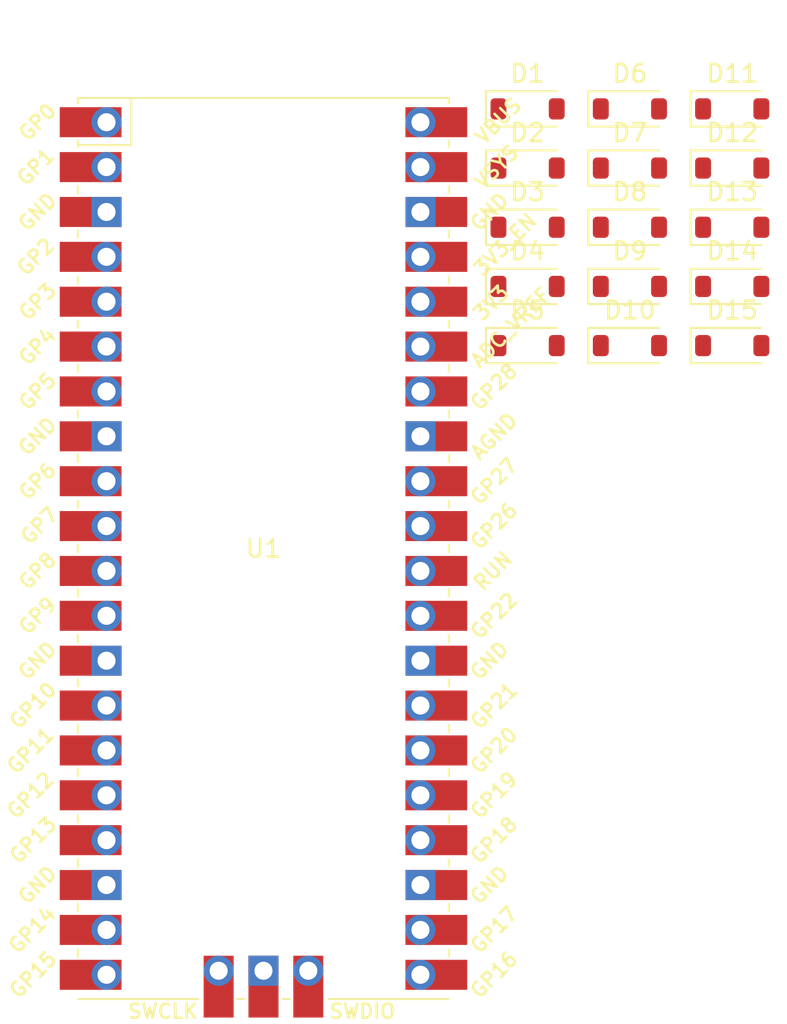
<source format=kicad_pcb>
(kicad_pcb (version 20221018) (generator pcbnew)
  (layers (0 "F.Cu" signal) (31 "B.Cu" signal) (34 "B.Paste" user) (35 "F.Paste" user) (36 "B.SilkS" user "B.Silkscreen") (37 "F.SilkS" user "F.Silkscreen") (38 "B.Mask" user) (39 "F.Mask" user) (44 "Edge.Cuts" user))
  (net 0 "")
  (net 2 "Net-(D1-A)")
  (net 4 "Net-(D2-A)")
  (net 6 "Net-(D3-A)")
  (net 8 "Net-(D4-A)")
  (net 10 "Net-(D5-A)")
  (net 12 "Net-(D6-A)")
  (net 14 "Net-(D7-A)")
  (net 16 "Net-(D8-A)")
  (net 18 "Net-(D9-A)")
  (net 20 "Net-(D10-A)")
  (net 22 "Net-(D11-A)")
  (net 24 "Net-(D12-A)")
  (net 26 "Net-(D13-A)")
  (net 28 "Net-(D14-A)")
  (net 30 "Net-(D15-A)")
  (footprint "Diode_SMD:D_SOD-123" (layer "F.Cu") (at 54.25125 33.44125)
    (fp_text reference "D10" (at 0 -2) (layer "F.SilkS"))
    (fp_text value "D_Small")
    (fp_line (start -2.36 -1) (end -2.36 1) (stroke (width 0.12)) (layer "F.SilkS"))
    (fp_line (start -2.36 -1) (end 1.65 -1) (stroke (width 0.12)) (layer "F.SilkS"))
    (fp_line (start -2.36 1) (end 1.65 1) (stroke (width 0.12)) (layer "F.SilkS"))
    (pad "1" smd roundrect (at -1.65 0) (size 0.9 1.2) (layers "F.Cu" "F.Paste" "F.Mask"))
    (pad "2" smd roundrect (at 1.65 0) (size 0.9 1.2) (layers "F.Cu" "F.Paste" "F.Mask") (net 20 "Net-(D10-A)"))
  )
  (footprint "Diode_SMD:D_SOD-123" (layer "F.Cu") (at 60.04625 26.74125)
    (fp_text reference "D13" (at 0 -2) (layer "F.SilkS"))
    (fp_text value "D_Small")
    (fp_line (start -2.36 -1) (end -2.36 1) (stroke (width 0.12)) (layer "F.SilkS"))
    (fp_line (start -2.36 -1) (end 1.65 -1) (stroke (width 0.12)) (layer "F.SilkS"))
    (fp_line (start -2.36 1) (end 1.65 1) (stroke (width 0.12)) (layer "F.SilkS"))
    (pad "1" smd roundrect (at -1.65 0) (size 0.9 1.2) (layers "F.Cu" "F.Paste" "F.Mask"))
    (pad "2" smd roundrect (at 1.65 0) (size 0.9 1.2) (layers "F.Cu" "F.Paste" "F.Mask") (net 26 "Net-(D13-A)"))
  )
  (footprint "Diode_SMD:D_SOD-123" (layer "F.Cu") (at 48.45625 20.04125)
    (fp_text reference "D1" (at 0 -2) (layer "F.SilkS"))
    (fp_text value "D_Small")
    (fp_line (start -2.36 -1) (end -2.36 1) (stroke (width 0.12)) (layer "F.SilkS"))
    (fp_line (start -2.36 -1) (end 1.65 -1) (stroke (width 0.12)) (layer "F.SilkS"))
    (fp_line (start -2.36 1) (end 1.65 1) (stroke (width 0.12)) (layer "F.SilkS"))
    (pad "1" smd roundrect (at -1.65 0) (size 0.9 1.2) (layers "F.Cu" "F.Paste" "F.Mask"))
    (pad "2" smd roundrect (at 1.65 0) (size 0.9 1.2) (layers "F.Cu" "F.Paste" "F.Mask") (net 2 "Net-(D1-A)"))
  )
  (footprint "Diode_SMD:D_SOD-123" (layer "F.Cu") (at 60.04625 33.44125)
    (fp_text reference "D15" (at 0 -2) (layer "F.SilkS"))
    (fp_text value "D_Small")
    (fp_line (start -2.36 -1) (end -2.36 1) (stroke (width 0.12)) (layer "F.SilkS"))
    (fp_line (start -2.36 -1) (end 1.65 -1) (stroke (width 0.12)) (layer "F.SilkS"))
    (fp_line (start -2.36 1) (end 1.65 1) (stroke (width 0.12)) (layer "F.SilkS"))
    (pad "1" smd roundrect (at -1.65 0) (size 0.9 1.2) (layers "F.Cu" "F.Paste" "F.Mask"))
    (pad "2" smd roundrect (at 1.65 0) (size 0.9 1.2) (layers "F.Cu" "F.Paste" "F.Mask") (net 30 "Net-(D15-A)"))
  )
  (footprint "Diode_SMD:D_SOD-123" (layer "F.Cu") (at 48.45625 30.09125)
    (fp_text reference "D4" (at 0 -2) (layer "F.SilkS"))
    (fp_text value "D_Small")
    (fp_line (start -2.36 -1) (end -2.36 1) (stroke (width 0.12)) (layer "F.SilkS"))
    (fp_line (start -2.36 -1) (end 1.65 -1) (stroke (width 0.12)) (layer "F.SilkS"))
    (fp_line (start -2.36 1) (end 1.65 1) (stroke (width 0.12)) (layer "F.SilkS"))
    (pad "1" smd roundrect (at -1.65 0) (size 0.9 1.2) (layers "F.Cu" "F.Paste" "F.Mask"))
    (pad "2" smd roundrect (at 1.65 0) (size 0.9 1.2) (layers "F.Cu" "F.Paste" "F.Mask") (net 8 "Net-(D4-A)"))
  )
  (footprint "Diode_SMD:D_SOD-123" (layer "F.Cu") (at 60.04625 30.09125)
    (fp_text reference "D14" (at 0 -2) (layer "F.SilkS"))
    (fp_text value "D_Small")
    (fp_line (start -2.36 -1) (end -2.36 1) (stroke (width 0.12)) (layer "F.SilkS"))
    (fp_line (start -2.36 -1) (end 1.65 -1) (stroke (width 0.12)) (layer "F.SilkS"))
    (fp_line (start -2.36 1) (end 1.65 1) (stroke (width 0.12)) (layer "F.SilkS"))
    (pad "1" smd roundrect (at -1.65 0) (size 0.9 1.2) (layers "F.Cu" "F.Paste" "F.Mask"))
    (pad "2" smd roundrect (at 1.65 0) (size 0.9 1.2) (layers "F.Cu" "F.Paste" "F.Mask") (net 28 "Net-(D14-A)"))
  )
  (footprint "Diode_SMD:D_SOD-123" (layer "F.Cu") (at 60.04625 20.04125)
    (fp_text reference "D11" (at 0 -2) (layer "F.SilkS"))
    (fp_text value "D_Small")
    (fp_line (start -2.36 -1) (end -2.36 1) (stroke (width 0.12)) (layer "F.SilkS"))
    (fp_line (start -2.36 -1) (end 1.65 -1) (stroke (width 0.12)) (layer "F.SilkS"))
    (fp_line (start -2.36 1) (end 1.65 1) (stroke (width 0.12)) (layer "F.SilkS"))
    (pad "1" smd roundrect (at -1.65 0) (size 0.9 1.2) (layers "F.Cu" "F.Paste" "F.Mask"))
    (pad "2" smd roundrect (at 1.65 0) (size 0.9 1.2) (layers "F.Cu" "F.Paste" "F.Mask") (net 22 "Net-(D11-A)"))
  )
  (footprint "Diode_SMD:D_SOD-123" (layer "F.Cu") (at 48.45625 26.74125)
    (fp_text reference "D3" (at 0 -2) (layer "F.SilkS"))
    (fp_text value "D_Small")
    (fp_line (start -2.36 -1) (end -2.36 1) (stroke (width 0.12)) (layer "F.SilkS"))
    (fp_line (start -2.36 -1) (end 1.65 -1) (stroke (width 0.12)) (layer "F.SilkS"))
    (fp_line (start -2.36 1) (end 1.65 1) (stroke (width 0.12)) (layer "F.SilkS"))
    (pad "1" smd roundrect (at -1.65 0) (size 0.9 1.2) (layers "F.Cu" "F.Paste" "F.Mask"))
    (pad "2" smd roundrect (at 1.65 0) (size 0.9 1.2) (layers "F.Cu" "F.Paste" "F.Mask") (net 6 "Net-(D3-A)"))
  )
  (footprint "Diode_SMD:D_SOD-123" (layer "F.Cu") (at 54.25125 23.39125)
    (fp_text reference "D7" (at 0 -2) (layer "F.SilkS"))
    (fp_text value "D_Small")
    (fp_line (start -2.36 -1) (end -2.36 1) (stroke (width 0.12)) (layer "F.SilkS"))
    (fp_line (start -2.36 -1) (end 1.65 -1) (stroke (width 0.12)) (layer "F.SilkS"))
    (fp_line (start -2.36 1) (end 1.65 1) (stroke (width 0.12)) (layer "F.SilkS"))
    (pad "1" smd roundrect (at -1.65 0) (size 0.9 1.2) (layers "F.Cu" "F.Paste" "F.Mask"))
    (pad "2" smd roundrect (at 1.65 0) (size 0.9 1.2) (layers "F.Cu" "F.Paste" "F.Mask") (net 14 "Net-(D7-A)"))
  )
  (footprint "Diode_SMD:D_SOD-123" (layer "F.Cu") (at 48.45625 33.44125)
    (fp_text reference "D5" (at 0 -2) (layer "F.SilkS"))
    (fp_text value "D_Small")
    (fp_line (start -2.36 -1) (end -2.36 1) (stroke (width 0.12)) (layer "F.SilkS"))
    (fp_line (start -2.36 -1) (end 1.65 -1) (stroke (width 0.12)) (layer "F.SilkS"))
    (fp_line (start -2.36 1) (end 1.65 1) (stroke (width 0.12)) (layer "F.SilkS"))
    (pad "1" smd roundrect (at -1.65 0) (size 0.9 1.2) (layers "F.Cu" "F.Paste" "F.Mask"))
    (pad "2" smd roundrect (at 1.65 0) (size 0.9 1.2) (layers "F.Cu" "F.Paste" "F.Mask") (net 10 "Net-(D5-A)"))
  )
  (footprint "Diode_SMD:D_SOD-123" (layer "F.Cu") (at 48.45625 23.39125)
    (fp_text reference "D2" (at 0 -2) (layer "F.SilkS"))
    (fp_text value "D_Small")
    (fp_line (start -2.36 -1) (end -2.36 1) (stroke (width 0.12)) (layer "F.SilkS"))
    (fp_line (start -2.36 -1) (end 1.65 -1) (stroke (width 0.12)) (layer "F.SilkS"))
    (fp_line (start -2.36 1) (end 1.65 1) (stroke (width 0.12)) (layer "F.SilkS"))
    (pad "1" smd roundrect (at -1.65 0) (size 0.9 1.2) (layers "F.Cu" "F.Paste" "F.Mask"))
    (pad "2" smd roundrect (at 1.65 0) (size 0.9 1.2) (layers "F.Cu" "F.Paste" "F.Mask") (net 4 "Net-(D2-A)"))
  )
  (footprint "Diode_SMD:D_SOD-123" (layer "F.Cu") (at 54.25125 30.09125)
    (fp_text reference "D9" (at 0 -2) (layer "F.SilkS"))
    (fp_text value "D_Small")
    (fp_line (start -2.36 -1) (end -2.36 1) (stroke (width 0.12)) (layer "F.SilkS"))
    (fp_line (start -2.36 -1) (end 1.65 -1) (stroke (width 0.12)) (layer "F.SilkS"))
    (fp_line (start -2.36 1) (end 1.65 1) (stroke (width 0.12)) (layer "F.SilkS"))
    (pad "1" smd roundrect (at -1.65 0) (size 0.9 1.2) (layers "F.Cu" "F.Paste" "F.Mask"))
    (pad "2" smd roundrect (at 1.65 0) (size 0.9 1.2) (layers "F.Cu" "F.Paste" "F.Mask") (net 18 "Net-(D9-A)"))
  )
  (footprint "MCU_RaspberryPi_and_Boards:RPi_Pico_SMD_TH" (layer "F.Cu") (at 33.49625 44.92625)
    (fp_text reference "U1" (at 0 0) (layer "F.SilkS"))
    (fp_text value "Pico")
    (fp_text user "GP3" (at -12.8 -13.97 45) (layer "F.SilkS") (effects (font (size 0.8 0.8))))
    (fp_text user "SWDIO" (at 5.6 26.2) (layer "F.SilkS") (effects (font (size 0.8 0.8))))
    (fp_text user "3V3_EN" (at 13.7 -17.2 45) (layer "F.SilkS") (effects (font (size 0.8 0.8))))
    (fp_text user "GP10" (at -13.054 8.89 45) (layer "F.SilkS") (effects (font (size 0.8 0.8))))
    (fp_text user "GP16" (at 13.054 24.13 45) (layer "F.SilkS") (effects (font (size 0.8 0.8))))
    (fp_text user "GP21" (at 13.054 8.9 45) (layer "F.SilkS") (effects (font (size 0.8 0.8))))
    (fp_text user "GP11" (at -13.2 11.43 45) (layer "F.SilkS") (effects (font (size 0.8 0.8))))
    (fp_text user "VBUS" (at 13.3 -24.2 45) (layer "F.SilkS") (effects (font (size 0.8 0.8))))
    (fp_text user "GND" (at -12.8 -19.05 45) (layer "F.SilkS") (effects (font (size 0.8 0.8))))
    (fp_text user "GND" (at 12.8 -19.05 45) (layer "F.SilkS") (effects (font (size 0.8 0.8))))
    (fp_text user "GP7" (at -12.7 -1.3 45) (layer "F.SilkS") (effects (font (size 0.8 0.8))))
    (fp_text user "3V3" (at 12.9 -13.9 45) (layer "F.SilkS") (effects (font (size 0.8 0.8))))
    (fp_text user "GP22" (at 13.054 3.81 45) (layer "F.SilkS") (effects (font (size 0.8 0.8))))
    (fp_text user "RUN" (at 13 1.27 45) (layer "F.SilkS") (effects (font (size 0.8 0.8))))
    (fp_text user "GP13" (at -13.054 16.51 45) (layer "F.SilkS") (effects (font (size 0.8 0.8))))
    (fp_text user "GP4" (at -12.8 -11.43 45) (layer "F.SilkS") (effects (font (size 0.8 0.8))))
    (fp_text user "GP14" (at -13.1 21.59 45) (layer "F.SilkS") (effects (font (size 0.8 0.8))))
    (fp_text user "GP17" (at 13.054 21.59 45) (layer "F.SilkS") (effects (font (size 0.8 0.8))))
    (fp_text user "GP15" (at -13.054 24.13 45) (layer "F.SilkS") (effects (font (size 0.8 0.8))))
    (fp_text user "GP2" (at -12.9 -16.51 45) (layer "F.SilkS") (effects (font (size 0.8 0.8))))
    (fp_text user "GND" (at -12.8 -6.35 45) (layer "F.SilkS") (effects (font (size 0.8 0.8))))
    (fp_text user "VSYS" (at 13.2 -21.59 45) (layer "F.SilkS") (effects (font (size 0.8 0.8))))
    (fp_text user "AGND" (at 13.054 -6.35 45) (layer "F.SilkS") (effects (font (size 0.8 0.8))))
    (fp_text user "GND" (at -12.8 19.05 45) (layer "F.SilkS") (effects (font (size 0.8 0.8))))
    (fp_text user "GP9" (at -12.8 3.81 45) (layer "F.SilkS") (effects (font (size 0.8 0.8))))
    (fp_text user "ADC_VREF" (at 14 -12.5 45) (layer "F.SilkS") (effects (font (size 0.8 0.8))))
    (fp_text user "GP8" (at -12.8 1.27 45) (layer "F.SilkS") (effects (font (size 0.8 0.8))))
    (fp_text user "GP12" (at -13.2 13.97 45) (layer "F.SilkS") (effects (font (size 0.8 0.8))))
    (fp_text user "GND" (at 12.8 6.35 45) (layer "F.SilkS") (effects (font (size 0.8 0.8))))
    (fp_text user "GP6" (at -12.8 -3.81 45) (layer "F.SilkS") (effects (font (size 0.8 0.8))))
    (fp_text user "GP0" (at -12.8 -24.13 45) (layer "F.SilkS") (effects (font (size 0.8 0.8))))
    (fp_text user "GND" (at -12.8 6.35 45) (layer "F.SilkS") (effects (font (size 0.8 0.8))))
    (fp_text user "GP28" (at 13.054 -9.144 45) (layer "F.SilkS") (effects (font (size 0.8 0.8))))
    (fp_text user "GP18" (at 13.054 16.51 45) (layer "F.SilkS") (effects (font (size 0.8 0.8))))
    (fp_text user "GP1" (at -12.9 -21.6 45) (layer "F.SilkS") (effects (font (size 0.8 0.8))))
    (fp_text user "GP19" (at 13.054 13.97 45) (layer "F.SilkS") (effects (font (size 0.8 0.8))))
    (fp_text user "GP20" (at 13.054 11.43 45) (layer "F.SilkS") (effects (font (size 0.8 0.8))))
    (fp_text user "GND" (at 12.8 19.05 45) (layer "F.SilkS") (effects (font (size 0.8 0.8))))
    (fp_text user "GP27" (at 13.054 -3.8 45) (layer "F.SilkS") (effects (font (size 0.8 0.8))))
    (fp_text user "SWCLK" (at -5.7 26.2) (layer "F.SilkS") (effects (font (size 0.8 0.8))))
    (fp_text user "GP26" (at 13.054 -1.27 45) (layer "F.SilkS") (effects (font (size 0.8 0.8))))
    (fp_text user "GP5" (at -12.8 -8.89 45) (layer "F.SilkS") (effects (font (size 0.8 0.8))))
    (fp_line (start -10.5 -25.5) (end -10.5 -25.2) (stroke (width 0.12)) (layer "F.SilkS"))
    (fp_line (start -10.5 -25.5) (end 10.5 -25.5) (stroke (width 0.12)) (layer "F.SilkS"))
    (fp_line (start -10.5 -23.1) (end -10.5 -22.7) (stroke (width 0.12)) (layer "F.SilkS"))
    (fp_line (start -10.5 -22.833) (end -7.493 -22.833) (stroke (width 0.12)) (layer "F.SilkS"))
    (fp_line (start -10.5 -20.5) (end -10.5 -20.1) (stroke (width 0.12)) (layer "F.SilkS"))
    (fp_line (start -10.5 -18) (end -10.5 -17.6) (stroke (width 0.12)) (layer "F.SilkS"))
    (fp_line (start -10.5 -15.4) (end -10.5 -15) (stroke (width 0.12)) (layer "F.SilkS"))
    (fp_line (start -10.5 -12.9) (end -10.5 -12.5) (stroke (width 0.12)) (layer "F.SilkS"))
    (fp_line (start -10.5 -10.4) (end -10.5 -10) (stroke (width 0.12)) (layer "F.SilkS"))
    (fp_line (start -10.5 -7.8) (end -10.5 -7.4) (stroke (width 0.12)) (layer "F.SilkS"))
    (fp_line (start -10.5 -5.3) (end -10.5 -4.9) (stroke (width 0.12)) (layer "F.SilkS"))
    (fp_line (start -10.5 -2.7) (end -10.5 -2.3) (stroke (width 0.12)) (layer "F.SilkS"))
    (fp_line (start -10.5 -0.2) (end -10.5 0.2) (stroke (width 0.12)) (layer "F.SilkS"))
    (fp_line (start -10.5 2.3) (end -10.5 2.7) (stroke (width 0.12)) (layer "F.SilkS"))
    (fp_line (start -10.5 4.9) (end -10.5 5.3) (stroke (width 0.12)) (layer "F.SilkS"))
    (fp_line (start -10.5 7.4) (end -10.5 7.8) (stroke (width 0.12)) (layer "F.SilkS"))
    (fp_line (start -10.5 10) (end -10.5 10.4) (stroke (width 0.12)) (layer "F.SilkS"))
    (fp_line (start -10.5 12.5) (end -10.5 12.9) (stroke (width 0.12)) (layer "F.SilkS"))
    (fp_line (start -10.5 15.1) (end -10.5 15.5) (stroke (width 0.12)) (layer "F.SilkS"))
    (fp_line (start -10.5 17.6) (end -10.5 18) (stroke (width 0.12)) (layer "F.SilkS"))
    (fp_line (start -10.5 20.1) (end -10.5 20.5) (stroke (width 0.12)) (layer "F.SilkS"))
    (fp_line (start -10.5 22.7) (end -10.5 23.1) (stroke (width 0.12)) (layer "F.SilkS"))
    (fp_line (start -7.493 -22.833) (end -7.493 -25.5) (stroke (width 0.12)) (layer "F.SilkS"))
    (fp_line (start -3.7 25.5) (end -10.5 25.5) (stroke (width 0.12)) (layer "F.SilkS"))
    (fp_line (start -1.5 25.5) (end -1.1 25.5) (stroke (width 0.12)) (layer "F.SilkS"))
    (fp_line (start 1.1 25.5) (end 1.5 25.5) (stroke (width 0.12)) (layer "F.SilkS"))
    (fp_line (start 10.5 -25.5) (end 10.5 -25.2) (stroke (width 0.12)) (layer "F.SilkS"))
    (fp_line (start 10.5 -23.1) (end 10.5 -22.7) (stroke (width 0.12)) (layer "F.SilkS"))
    (fp_line (start 10.5 -20.5) (end 10.5 -20.1) (stroke (width 0.12)) (layer "F.SilkS"))
    (fp_line (start 10.5 -18) (end 10.5 -17.6) (stroke (width 0.12)) (layer "F.SilkS"))
    (fp_line (start 10.5 -15.4) (end 10.5 -15) (stroke (width 0.12)) (layer "F.SilkS"))
    (fp_line (start 10.5 -12.9) (end 10.5 -12.5) (stroke (width 0.12)) (layer "F.SilkS"))
    (fp_line (start 10.5 -10.4) (end 10.5 -10) (stroke (width 0.12)) (layer "F.SilkS"))
    (fp_line (start 10.5 -7.8) (end 10.5 -7.4) (stroke (width 0.12)) (layer "F.SilkS"))
    (fp_line (start 10.5 -5.3) (end 10.5 -4.9) (stroke (width 0.12)) (layer "F.SilkS"))
    (fp_line (start 10.5 -2.7) (end 10.5 -2.3) (stroke (width 0.12)) (layer "F.SilkS"))
    (fp_line (start 10.5 -0.2) (end 10.5 0.2) (stroke (width 0.12)) (layer "F.SilkS"))
    (fp_line (start 10.5 2.3) (end 10.5 2.7) (stroke (width 0.12)) (layer "F.SilkS"))
    (fp_line (start 10.5 4.9) (end 10.5 5.3) (stroke (width 0.12)) (layer "F.SilkS"))
    (fp_line (start 10.5 7.4) (end 10.5 7.8) (stroke (width 0.12)) (layer "F.SilkS"))
    (fp_line (start 10.5 10) (end 10.5 10.4) (stroke (width 0.12)) (layer "F.SilkS"))
    (fp_line (start 10.5 12.5) (end 10.5 12.9) (stroke (width 0.12)) (layer "F.SilkS"))
    (fp_line (start 10.5 15.1) (end 10.5 15.5) (stroke (width 0.12)) (layer "F.SilkS"))
    (fp_line (start 10.5 17.6) (end 10.5 18) (stroke (width 0.12)) (layer "F.SilkS"))
    (fp_line (start 10.5 20.1) (end 10.5 20.5) (stroke (width 0.12)) (layer "F.SilkS"))
    (fp_line (start 10.5 22.7) (end 10.5 23.1) (stroke (width 0.12)) (layer "F.SilkS"))
    (fp_line (start 10.5 25.5) (end 3.7 25.5) (stroke (width 0.12)) (layer "F.SilkS"))
    (pad "" np_thru_hole oval (at -2.725 -24) (size 1.8 1.8) (drill 1.8) (layers "*.Cu" "*.Mask"))
    (pad "" np_thru_hole oval (at -2.425 -20.97) (size 1.5 1.5) (drill 1.5) (layers "*.Cu" "*.Mask"))
    (pad "" np_thru_hole oval (at 2.425 -20.97) (size 1.5 1.5) (drill 1.5) (layers "*.Cu" "*.Mask"))
    (pad "" np_thru_hole oval (at 2.725 -24) (size 1.8 1.8) (drill 1.8) (layers "*.Cu" "*.Mask"))
    (pad "1" thru_hole oval (at -8.89 -24.13) (size 1.7 1.7) (drill 1.02) (layers "*.Cu" "*.Mask"))
    (pad "1" smd rect (at -8.89 -24.13) (size 3.5 1.7) (drill (offset -0.9 0)) (layers "F.Cu" "F.Mask"))
    (pad "2" thru_hole oval (at -8.89 -21.59) (size 1.7 1.7) (drill 1.02) (layers "*.Cu" "*.Mask"))
    (pad "2" smd rect (at -8.89 -21.59) (size 3.5 1.7) (drill (offset -0.9 0)) (layers "F.Cu" "F.Mask"))
    (pad "3" thru_hole rect (at -8.89 -19.05) (size 1.7 1.7) (drill 1.02) (layers "*.Cu" "*.Mask"))
    (pad "3" smd rect (at -8.89 -19.05) (size 3.5 1.7) (drill (offset -0.9 0)) (layers "F.Cu" "F.Mask"))
    (pad "4" thru_hole oval (at -8.89 -16.51) (size 1.7 1.7) (drill 1.02) (layers "*.Cu" "*.Mask"))
    (pad "4" smd rect (at -8.89 -16.51) (size 3.5 1.7) (drill (offset -0.9 0)) (layers "F.Cu" "F.Mask"))
    (pad "5" thru_hole oval (at -8.89 -13.97) (size 1.7 1.7) (drill 1.02) (layers "*.Cu" "*.Mask"))
    (pad "5" smd rect (at -8.89 -13.97) (size 3.5 1.7) (drill (offset -0.9 0)) (layers "F.Cu" "F.Mask"))
    (pad "6" thru_hole oval (at -8.89 -11.43) (size 1.7 1.7) (drill 1.02) (layers "*.Cu" "*.Mask"))
    (pad "6" smd rect (at -8.89 -11.43) (size 3.5 1.7) (drill (offset -0.9 0)) (layers "F.Cu" "F.Mask"))
    (pad "7" thru_hole oval (at -8.89 -8.89) (size 1.7 1.7) (drill 1.02) (layers "*.Cu" "*.Mask"))
    (pad "7" smd rect (at -8.89 -8.89) (size 3.5 1.7) (drill (offset -0.9 0)) (layers "F.Cu" "F.Mask"))
    (pad "8" thru_hole rect (at -8.89 -6.35) (size 1.7 1.7) (drill 1.02) (layers "*.Cu" "*.Mask"))
    (pad "8" smd rect (at -8.89 -6.35) (size 3.5 1.7) (drill (offset -0.9 0)) (layers "F.Cu" "F.Mask"))
    (pad "9" thru_hole oval (at -8.89 -3.81) (size 1.7 1.7) (drill 1.02) (layers "*.Cu" "*.Mask"))
    (pad "9" smd rect (at -8.89 -3.81) (size 3.5 1.7) (drill (offset -0.9 0)) (layers "F.Cu" "F.Mask"))
    (pad "10" thru_hole oval (at -8.89 -1.27) (size 1.7 1.7) (drill 1.02) (layers "*.Cu" "*.Mask"))
    (pad "10" smd rect (at -8.89 -1.27) (size 3.5 1.7) (drill (offset -0.9 0)) (layers "F.Cu" "F.Mask"))
    (pad "11" thru_hole oval (at -8.89 1.27) (size 1.7 1.7) (drill 1.02) (layers "*.Cu" "*.Mask"))
    (pad "11" smd rect (at -8.89 1.27) (size 3.5 1.7) (drill (offset -0.9 0)) (layers "F.Cu" "F.Mask"))
    (pad "12" thru_hole oval (at -8.89 3.81) (size 1.7 1.7) (drill 1.02) (layers "*.Cu" "*.Mask"))
    (pad "12" smd rect (at -8.89 3.81) (size 3.5 1.7) (drill (offset -0.9 0)) (layers "F.Cu" "F.Mask"))
    (pad "13" thru_hole rect (at -8.89 6.35) (size 1.7 1.7) (drill 1.02) (layers "*.Cu" "*.Mask"))
    (pad "13" smd rect (at -8.89 6.35) (size 3.5 1.7) (drill (offset -0.9 0)) (layers "F.Cu" "F.Mask"))
    (pad "14" thru_hole oval (at -8.89 8.89) (size 1.7 1.7) (drill 1.02) (layers "*.Cu" "*.Mask"))
    (pad "14" smd rect (at -8.89 8.89) (size 3.5 1.7) (drill (offset -0.9 0)) (layers "F.Cu" "F.Mask"))
    (pad "15" thru_hole oval (at -8.89 11.43) (size 1.7 1.7) (drill 1.02) (layers "*.Cu" "*.Mask"))
    (pad "15" smd rect (at -8.89 11.43) (size 3.5 1.7) (drill (offset -0.9 0)) (layers "F.Cu" "F.Mask"))
    (pad "16" thru_hole oval (at -8.89 13.97) (size 1.7 1.7) (drill 1.02) (layers "*.Cu" "*.Mask"))
    (pad "16" smd rect (at -8.89 13.97) (size 3.5 1.7) (drill (offset -0.9 0)) (layers "F.Cu" "F.Mask"))
    (pad "17" thru_hole oval (at -8.89 16.51) (size 1.7 1.7) (drill 1.02) (layers "*.Cu" "*.Mask"))
    (pad "17" smd rect (at -8.89 16.51) (size 3.5 1.7) (drill (offset -0.9 0)) (layers "F.Cu" "F.Mask"))
    (pad "18" thru_hole rect (at -8.89 19.05) (size 1.7 1.7) (drill 1.02) (layers "*.Cu" "*.Mask"))
    (pad "18" smd rect (at -8.89 19.05) (size 3.5 1.7) (drill (offset -0.9 0)) (layers "F.Cu" "F.Mask"))
    (pad "19" thru_hole oval (at -8.89 21.59) (size 1.7 1.7) (drill 1.02) (layers "*.Cu" "*.Mask"))
    (pad "19" smd rect (at -8.89 21.59) (size 3.5 1.7) (drill (offset -0.9 0)) (layers "F.Cu" "F.Mask"))
    (pad "20" thru_hole oval (at -8.89 24.13) (size 1.7 1.7) (drill 1.02) (layers "*.Cu" "*.Mask"))
    (pad "20" smd rect (at -8.89 24.13) (size 3.5 1.7) (drill (offset -0.9 0)) (layers "F.Cu" "F.Mask"))
    (pad "21" thru_hole oval (at 8.89 24.13) (size 1.7 1.7) (drill 1.02) (layers "*.Cu" "*.Mask"))
    (pad "21" smd rect (at 8.89 24.13) (size 3.5 1.7) (drill (offset 0.9 0)) (layers "F.Cu" "F.Mask"))
    (pad "22" thru_hole oval (at 8.89 21.59) (size 1.7 1.7) (drill 1.02) (layers "*.Cu" "*.Mask"))
    (pad "22" smd rect (at 8.89 21.59) (size 3.5 1.7) (drill (offset 0.9 0)) (layers "F.Cu" "F.Mask"))
    (pad "23" thru_hole rect (at 8.89 19.05) (size 1.7 1.7) (drill 1.02) (layers "*.Cu" "*.Mask"))
    (pad "23" smd rect (at 8.89 19.05) (size 3.5 1.7) (drill (offset 0.9 0)) (layers "F.Cu" "F.Mask"))
    (pad "24" thru_hole oval (at 8.89 16.51) (size 1.7 1.7) (drill 1.02) (layers "*.Cu" "*.Mask"))
    (pad "24" smd rect (at 8.89 16.51) (size 3.5 1.7) (drill (offset 0.9 0)) (layers "F.Cu" "F.Mask"))
    (pad "25" thru_hole oval (at 8.89 13.97) (size 1.7 1.7) (drill 1.02) (layers "*.Cu" "*.Mask"))
    (pad "25" smd rect (at 8.89 13.97) (size 3.5 1.7) (drill (offset 0.9 0)) (layers "F.Cu" "F.Mask"))
    (pad "26" thru_hole oval (at 8.89 11.43) (size 1.7 1.7) (drill 1.02) (layers "*.Cu" "*.Mask"))
    (pad "26" smd rect (at 8.89 11.43) (size 3.5 1.7) (drill (offset 0.9 0)) (layers "F.Cu" "F.Mask"))
    (pad "27" thru_hole oval (at 8.89 8.89) (size 1.7 1.7) (drill 1.02) (layers "*.Cu" "*.Mask"))
    (pad "27" smd rect (at 8.89 8.89) (size 3.5 1.7) (drill (offset 0.9 0)) (layers "F.Cu" "F.Mask"))
    (pad "28" thru_hole rect (at 8.89 6.35) (size 1.7 1.7) (drill 1.02) (layers "*.Cu" "*.Mask"))
    (pad "28" smd rect (at 8.89 6.35) (size 3.5 1.7) (drill (offset 0.9 0)) (layers "F.Cu" "F.Mask"))
    (pad "29" thru_hole oval (at 8.89 3.81) (size 1.7 1.7) (drill 1.02) (layers "*.Cu" "*.Mask"))
    (pad "29" smd rect (at 8.89 3.81) (size 3.5 1.7) (drill (offset 0.9 0)) (layers "F.Cu" "F.Mask"))
    (pad "30" thru_hole oval (at 8.89 1.27) (size 1.7 1.7) (drill 1.02) (layers "*.Cu" "*.Mask"))
    (pad "30" smd rect (at 8.89 1.27) (size 3.5 1.7) (drill (offset 0.9 0)) (layers "F.Cu" "F.Mask"))
    (pad "31" thru_hole oval (at 8.89 -1.27) (size 1.7 1.7) (drill 1.02) (layers "*.Cu" "*.Mask"))
    (pad "31" smd rect (at 8.89 -1.27) (size 3.5 1.7) (drill (offset 0.9 0)) (layers "F.Cu" "F.Mask"))
    (pad "32" thru_hole oval (at 8.89 -3.81) (size 1.7 1.7) (drill 1.02) (layers "*.Cu" "*.Mask"))
    (pad "32" smd rect (at 8.89 -3.81) (size 3.5 1.7) (drill (offset 0.9 0)) (layers "F.Cu" "F.Mask"))
    (pad "33" thru_hole rect (at 8.89 -6.35) (size 1.7 1.7) (drill 1.02) (layers "*.Cu" "*.Mask"))
    (pad "33" smd rect (at 8.89 -6.35) (size 3.5 1.7) (drill (offset 0.9 0)) (layers "F.Cu" "F.Mask"))
    (pad "34" thru_hole oval (at 8.89 -8.89) (size 1.7 1.7) (drill 1.02) (layers "*.Cu" "*.Mask"))
    (pad "34" smd rect (at 8.89 -8.89) (size 3.5 1.7) (drill (offset 0.9 0)) (layers "F.Cu" "F.Mask"))
    (pad "35" thru_hole oval (at 8.89 -11.43) (size 1.7 1.7) (drill 1.02) (layers "*.Cu" "*.Mask"))
    (pad "35" smd rect (at 8.89 -11.43) (size 3.5 1.7) (drill (offset 0.9 0)) (layers "F.Cu" "F.Mask"))
    (pad "36" thru_hole oval (at 8.89 -13.97) (size 1.7 1.7) (drill 1.02) (layers "*.Cu" "*.Mask"))
    (pad "36" smd rect (at 8.89 -13.97) (size 3.5 1.7) (drill (offset 0.9 0)) (layers "F.Cu" "F.Mask"))
    (pad "37" thru_hole oval (at 8.89 -16.51) (size 1.7 1.7) (drill 1.02) (layers "*.Cu" "*.Mask"))
    (pad "37" smd rect (at 8.89 -16.51) (size 3.5 1.7) (drill (offset 0.9 0)) (layers "F.Cu" "F.Mask"))
    (pad "38" thru_hole rect (at 8.89 -19.05) (size 1.7 1.7) (drill 1.02) (layers "*.Cu" "*.Mask"))
    (pad "38" smd rect (at 8.89 -19.05) (size 3.5 1.7) (drill (offset 0.9 0)) (layers "F.Cu" "F.Mask"))
    (pad "39" thru_hole oval (at 8.89 -21.59) (size 1.7 1.7) (drill 1.02) (layers "*.Cu" "*.Mask"))
    (pad "39" smd rect (at 8.89 -21.59) (size 3.5 1.7) (drill (offset 0.9 0)) (layers "F.Cu" "F.Mask"))
    (pad "40" thru_hole oval (at 8.89 -24.13) (size 1.7 1.7) (drill 1.02) (layers "*.Cu" "*.Mask"))
    (pad "40" smd rect (at 8.89 -24.13) (size 3.5 1.7) (drill (offset 0.9 0)) (layers "F.Cu" "F.Mask"))
    (pad "41" thru_hole oval (at -2.54 23.9) (size 1.7 1.7) (drill 1.02) (layers "*.Cu" "*.Mask"))
    (pad "41" smd rect (at -2.54 23.9 90) (size 3.5 1.7) (drill (offset -0.9 0)) (layers "F.Cu" "F.Mask"))
    (pad "42" thru_hole rect (at 0 23.9) (size 1.7 1.7) (drill 1.02) (layers "*.Cu" "*.Mask"))
    (pad "42" smd rect (at 0 23.9 90) (size 3.5 1.7) (drill (offset -0.9 0)) (layers "F.Cu" "F.Mask"))
    (pad "43" thru_hole oval (at 2.54 23.9) (size 1.7 1.7) (drill 1.02) (layers "*.Cu" "*.Mask"))
    (pad "43" smd rect (at 2.54 23.9 90) (size 3.5 1.7) (drill (offset -0.9 0)) (layers "F.Cu" "F.Mask"))
  )
  (footprint "Diode_SMD:D_SOD-123" (layer "F.Cu") (at 60.04625 23.39125)
    (fp_text reference "D12" (at 0 -2) (layer "F.SilkS"))
    (fp_text value "D_Small")
    (fp_line (start -2.36 -1) (end -2.36 1) (stroke (width 0.12)) (layer "F.SilkS"))
    (fp_line (start -2.36 -1) (end 1.65 -1) (stroke (width 0.12)) (layer "F.SilkS"))
    (fp_line (start -2.36 1) (end 1.65 1) (stroke (width 0.12)) (layer "F.SilkS"))
    (pad "1" smd roundrect (at -1.65 0) (size 0.9 1.2) (layers "F.Cu" "F.Paste" "F.Mask"))
    (pad "2" smd roundrect (at 1.65 0) (size 0.9 1.2) (layers "F.Cu" "F.Paste" "F.Mask") (net 24 "Net-(D12-A)"))
  )
  (footprint "Diode_SMD:D_SOD-123" (layer "F.Cu") (at 54.25125 26.74125)
    (fp_text reference "D8" (at 0 -2) (layer "F.SilkS"))
    (fp_text value "D_Small")
    (fp_line (start -2.36 -1) (end -2.36 1) (stroke (width 0.12)) (layer "F.SilkS"))
    (fp_line (start -2.36 -1) (end 1.65 -1) (stroke (width 0.12)) (layer "F.SilkS"))
    (fp_line (start -2.36 1) (end 1.65 1) (stroke (width 0.12)) (layer "F.SilkS"))
    (pad "1" smd roundrect (at -1.65 0) (size 0.9 1.2) (layers "F.Cu" "F.Paste" "F.Mask"))
    (pad "2" smd roundrect (at 1.65 0) (size 0.9 1.2) (layers "F.Cu" "F.Paste" "F.Mask") (net 16 "Net-(D8-A)"))
  )
  (footprint "Diode_SMD:D_SOD-123" (layer "F.Cu") (at 54.25125 20.04125)
    (fp_text reference "D6" (at 0 -2) (layer "F.SilkS"))
    (fp_text value "D_Small")
    (fp_line (start -2.36 -1) (end -2.36 1) (stroke (width 0.12)) (layer "F.SilkS"))
    (fp_line (start -2.36 -1) (end 1.65 -1) (stroke (width 0.12)) (layer "F.SilkS"))
    (fp_line (start -2.36 1) (end 1.65 1) (stroke (width 0.12)) (layer "F.SilkS"))
    (pad "1" smd roundrect (at -1.65 0) (size 0.9 1.2) (layers "F.Cu" "F.Paste" "F.Mask"))
    (pad "2" smd roundrect (at 1.65 0) (size 0.9 1.2) (layers "F.Cu" "F.Paste" "F.Mask") (net 12 "Net-(D6-A)"))
  )
)
</source>
